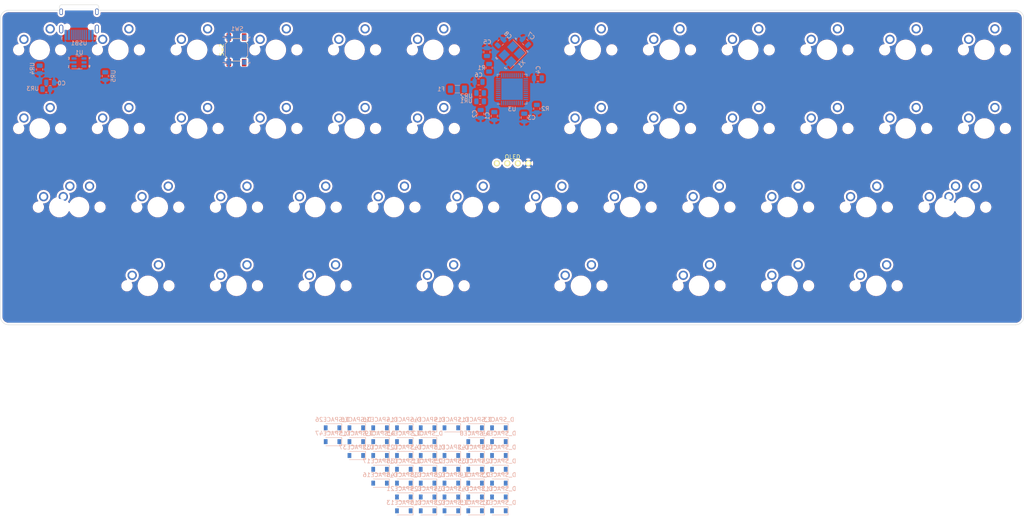
<source format=kicad_pcb>
(kicad_pcb (version 20211014) (generator pcbnew)
  (layers (0 "F.Cu" mixed) (31 "B.Cu" mixed) (34 "B.Paste" user) (35 "F.Paste" user) (36 "B.SilkS" user "B.Silkscreen") (37 "F.SilkS" user "F.Silkscreen") (38 "B.Mask" user) (39 "F.Mask" user) (44 "Edge.Cuts" user))
  (net 0 "")
  (net 1 "+5V")
  (net 2 "GND")
  (net 3 "row0")
  (net 4 "Net-(D_SPACE1-Pad2)")
  (net 5 "Net-(D_SPACE2-Pad2)")
  (net 6 "Net-(D_SPACE3-Pad2)")
  (net 7 "Net-(D_SPACE4-Pad2)")
  (net 8 "Net-(D_SPACE5-Pad2)")
  (net 9 "Net-(D_SPACE6-Pad2)")
  (net 10 "Net-(D_SPACE8-Pad2)")
  (net 11 "Net-(D_SPACE9-Pad2)")
  (net 12 "Net-(D_SPACE10-Pad2)")
  (net 13 "Net-(D_SPACE11-Pad2)")
  (net 14 "Net-(D_SPACE12-Pad2)")
  (net 15 "Net-(D_SPACE13-Pad2)")
  (net 16 "row1")
  (net 17 "Net-(D_SPACE14-Pad2)")
  (net 18 "Net-(D_SPACE15-Pad2)")
  (net 19 "Net-(D_SPACE16-Pad2)")
  (net 20 "Net-(D_SPACE17-Pad2)")
  (net 21 "Net-(D_SPACE18-Pad2)")
  (net 22 "Net-(D_SPACE19-Pad2)")
  (net 23 "Net-(D_SPACE21-Pad2)")
  (net 24 "Net-(D_SPACE22-Pad2)")
  (net 25 "Net-(D_SPACE23-Pad2)")
  (net 26 "Net-(D_SPACE24-Pad2)")
  (net 27 "Net-(D_SPACE25-Pad2)")
  (net 28 "Net-(D_SPACE26-Pad2)")
  (net 29 "Net-(D_SPACE27-Pad2)")
  (net 30 "Net-(D_SPACE28-Pad2)")
  (net 31 "Net-(D_SPACE29-Pad2)")
  (net 32 "Net-(D_SPACE30-Pad2)")
  (net 33 "Net-(D_SPACE31-Pad2)")
  (net 34 "Net-(D_SPACE32-Pad2)")
  (net 35 "Net-(D_SPACE34-Pad2)")
  (net 36 "Net-(D_SPACE35-Pad2)")
  (net 37 "Net-(D_SPACE36-Pad2)")
  (net 38 "Net-(D_SPACE37-Pad2)")
  (net 39 "Net-(D_SPACE38-Pad2)")
  (net 40 "Net-(D_SPACE39-Pad2)")
  (net 41 "row3")
  (net 42 "Net-(D_SPACE40-Pad2)")
  (net 43 "Net-(D_SPACE41-Pad2)")
  (net 44 "Net-(D_SPACE42-Pad2)")
  (net 45 "Net-(D_SPACE43-Pad2)")
  (net 46 "Net-(D_SPACE44-Pad2)")
  (net 47 "Net-(D_SPACE45-Pad2)")
  (net 48 "Net-(D_SPACE46-Pad2)")
  (net 49 "Net-(D_SPACE47-Pad2)")
  (net 50 "VCC")
  (net 51 "col0")
  (net 52 "col1")
  (net 53 "col2")
  (net 54 "col3")
  (net 55 "col4")
  (net 56 "col5")
  (net 57 "col7")
  (net 58 "col8")
  (net 59 "col9")
  (net 60 "col10")
  (net 61 "col11")
  (net 62 "col12")
  (net 63 "RST")
  (net 64 "D-")
  (net 65 "D+")
  (net 66 "Net-(C0-Pad2)")
  (net 67 "Net-(UR4-Pad1)")
  (net 68 "Net-(UR5-Pad1)")
  (net 71 "SCL")
  (net 72 "SDA")
  (net 73 "encA")
  (net 74 "encB")
  (net 77 "Net-(U3-Pad3)")
  (net 78 "Net-(U3-Pad4)")
  (net 85 "Net-(C7-Pad1)")
  (net 86 "Net-(C8-Pad1)")
  (net 87 "Net-(C6-Pad1)")
  (net 88 "Net-(R2-Pad2)")
  (net 89 "row2")
  (footprint "MX_Only:MXOnly-1U-NoLED" (layer "F.Cu") (at 101.6 75.40625)
    (fp_text reference "K_SPACE30")
    (fp_text value "KEYSW")
  )
  (footprint "MX_Only:MXOnly-1.25U-NoLED" (layer "F.Cu") (at 61.11875 94.45625)
    (fp_text reference "K_SPACE40")
    (fp_text value "KEYSW")
  )
  (footprint "MX_Only:MXOnly-1U-NoLED" (layer "F.Cu") (at 120.65 75.40625)
    (fp_text reference "K_SPACE31")
    (fp_text value "KEYSW")
  )
  (footprint "MX_Only:MXOnly-1U-NoLED" (layer "F.Cu") (at 234.95 75.40625)
    (fp_text reference "K_SPACE38")
    (fp_text value "KEYSW")
  )
  (footprint "MX_Only:MXOnly-1U-NoLED" (layer "F.Cu") (at 187.325 56.35625)
    (fp_text reference "K_SPACE22")
    (fp_text value "KEYSW")
  )
  (footprint "MX_Only:MXOnly-1U-NoLED" (layer "F.Cu") (at 225.425 37.30625)
    (fp_text reference "K_SPACE11")
    (fp_text value "KEYSW")
  )
  (footprint "MX_Only:MXOnly-1U-NoLED" (layer "F.Cu") (at 254 75.40625)
    (fp_text reference "K_SPACE39")
    (fp_text value "KEYSW")
  )
  (footprint "MX_Only:MXOnly-1.25U-NoLED" (layer "F.Cu") (at 103.98125 94.45625)
    (fp_text reference "K_SPACE42")
    (fp_text value "KEYSW")
  )
  (footprint "MX_Only:MXOnly-1U-NoLED" (layer "F.Cu") (at 34.925 37.30625)
    (fp_text reference "K_SPACE1")
    (fp_text value "KEYSW")
  )
  (footprint "Button_Switch_SMD:SW_SPST_SKQG_WithoutStem" (layer "F.Cu") (at 82.55 37.30625 90)
    (fp_text reference "SW2")
    (fp_text value "SW_PUSH")
  )
  (footprint "MX_Only:MXOnly-1U-NoLED" (layer "F.Cu") (at 215.9 94.45625)
    (fp_text reference "K_SPACE46")
    (fp_text value "KEYSW")
  )
  (footprint "MX_Only:MXOnly-1U-NoLED" (layer "F.Cu") (at 244.475 37.30625)
    (fp_text reference "K_SPACE12")
    (fp_text value "KEYSW")
  )
  (footprint "kbd:OLED_v2" (layer "F.Cu") (at 149.34546 64.78815)
    (fp_text reference "OL1")
    (fp_text value "OLED" hide)
  )
  (footprint "MX_Only:MXOnly-1U-NoLED" (layer "F.Cu") (at 206.375 37.30625)
    (fp_text reference "K_SPACE10")
    (fp_text value "KEYSW")
  )
  (footprint "MX_Only:MXOnly-1U-NoLED" (layer "F.Cu") (at 215.9 75.40625)
    (fp_text reference "K_SPACE37")
    (fp_text value "KEYSW")
  )
  (footprint "MX_Only:MXOnly-1U-NoLED" (layer "F.Cu") (at 225.425 56.35625)
    (fp_text reference "K_SPACE24")
    (fp_text value "KEYSW")
  )
  (footprint "MX_Only:MXOnly-1U-NoLED" (layer "F.Cu") (at 187.325 37.30625)
    (fp_text reference "K_SPACE9")
    (fp_text value "KEYSW")
  )
  (footprint "MX_Only:MXOnly-1U-NoLED" (layer "F.Cu") (at 53.975 56.35625)
    (fp_text reference "K_SPACE15")
    (fp_text value "KEYSW")
  )
  (footprint "MX_Only:MXOnly-1U-NoLED" (layer "F.Cu") (at 92.075 56.35625)
    (fp_text reference "K_SPACE17")
    (fp_text value "KEYSW")
  )
  (footprint "MX_Only:MXOnly-1U-NoLED" (layer "F.Cu") (at 158.75 75.40625)
    (fp_text reference "K_SPACE34")
    (fp_text value "KEYSW")
  )
  (footprint "MX_Only:MXOnly-1U-NoLED" (layer "F.Cu") (at 82.55 94.45625)
    (fp_text reference "K_SPACE41")
    (fp_text value "KEYSW")
  )
  (footprint "MX_Only:MXOnly-1U-NoLED" (layer "F.Cu") (at 73.025 56.35625)
    (fp_text reference "K_SPACE16")
    (fp_text value "KEYSW")
  )
  (footprint "MX_Only:MXOnly-1U-NoLED" (layer "F.Cu") (at 244.475 56.35625)
    (fp_text reference "K_SPACE25")
    (fp_text value "KEYSW")
  )
  (footprint "MX_Only:MXOnly-1U-NoLED" (layer "F.Cu") (at 168.275 56.35625)
    (fp_text reference "K_SPACE21")
    (fp_text value "KEYSW")
  )
  (footprint "MX_Only:MXOnly-1U-NoLED" (layer "F.Cu") (at 63.5 75.40625)
    (fp_text reference "K_SPACE28")
    (fp_text value "KEYSW")
  )
  (footprint "MX_Only:MXOnly-1.75U-NoLED" (layer "F.Cu") (at 132.55625 94.45625)
    (fp_text reference "K_SPACE43")
    (fp_text value "KEYSW")
  )
  (footprint "MX_Only:MXOnly-1U-NoLED" (layer "F.Cu") (at 177.8 75.40625)
    (fp_text reference "K_SPACE35")
    (fp_text value "KEYSW")
  )
  (footprint "MX_Only:MXOnly-1U-NoLED" (layer "F.Cu") (at 130.175 37.30625)
    (fp_text reference "K_SPACE6")
    (fp_text value "KEYSW")
  )
  (footprint "MX_Only:MXOnly-1U-NoLED" (layer "F.Cu") (at 34.925 56.35625)
    (fp_text reference "K_SPACE14")
    (fp_text value "KEYSW")
  )
  (footprint "MX_Only:MXOnly-1.5U-NoLED" (layer "F.Cu") (at 39.6875 75.40625)
    (fp_text reference "K_SPACE7")
    (fp_text value "KEYSW")
  )
  (footprint "MX_Only:MXOnly-1U-NoLED" (layer "F.Cu") (at 73.025 37.30625)
    (fp_text reference "K_SPACE3")
    (fp_text value "KEYSW")
  )
  (footprint "MX_Only:MXOnly-1U-NoLED" (layer "F.Cu") (at 130.175 56.35625)
    (fp_text reference "K_SPACE19")
    (fp_text value "KEYSW")
  )
  (footprint "MX_Only:MXOnly-1U-NoLED" (layer "F.Cu") (at 263.525 37.30625)
    (fp_text reference "K_SPACE13")
    (fp_text value "KEYSW")
  )
  (footprint "MX_Only:MXOnly-1U-NoLED" (layer "F.Cu") (at 111.125 37.30625)
    (fp_text reference "K_SPACE5")
    (fp_text value "KEYSW")
  )
  (footprint "MX_Only:MXOnly-1U-NoLED" (layer "F.Cu") (at 263.525 56.35625)
    (fp_text reference "K_SPACE26")
    (fp_text value "KEYSW")
  )
  (footprint "MX_Only:MXOnly-1.5U-NoLED" (layer "F.Cu") (at 258.7625 75.40625)
    (fp_text reference "K_SPACE20")
    (fp_text value "KEYSW")
  )
  (footprint "MX_Only:MXOnly-1U-NoLED" (layer "F.Cu") (at 196.85 75.40625)
    (fp_text reference "K_SPACE36")
    (fp_text value "KEYSW")
  )
  (footprint "MX_Only:MXOnly-1.75U-NoLED" (layer "F.Cu") (at 165.89375 94.45625)
    (fp_text reference "K_SPACE44")
    (fp_text value "KEYSW")
  )
  (footprint "MX_Only:MXOnly-1.25U-NoLED" (layer "F.Cu") (at 237.33125 94.45625)
    (fp_text reference "K_SPACE47")
    (fp_text value "KEYSW")
  )
  (footprint "MX_Only:MXOnly-1U-NoLED" (layer "F.Cu") (at 111.125 56.35625)
    (fp_text reference "K_SPACE18")
    (fp_text value "KEYSW")
  )
  (footprint "MX_Only:MXOnly-1.25U-NoLED" (layer "F.Cu") (at 194.46875 94.45625)
    (fp_text reference "K_SPACE45")
    (fp_text value "KEYSW")
  )
  (footprint "MX_Only:MXOnly-1U-NoLED" (layer "F.Cu") (at 168.275 37.30625)
    (fp_text reference "K_SPACE8")
    (fp_text value "KEYSW")
  )
  (footprint "MX_Only:MXOnly-1U-NoLED" (layer "F.Cu") (at 44.45 75.40625)
    (fp_text reference "K_SPACE27")
    (fp_text value "KEYSW")
  )
  (footprint "MX_Only:MXOnly-1U-NoLED" (layer "F.Cu") (at 139.7 75.40625)
    (fp_text reference "K_SPACE32")
    (fp_text value "KEYSW")
  )
  (footprint "MX_Only:MXOnly-1U-NoLED" (layer "F.Cu") (at 82.55 75.40625)
    (fp_text reference "K_SPACE29")
    (fp_text value "KEYSW")
  )
  (footprint "MX_Only:MXOnly-1U-NoLED" (layer "F.Cu") (at 206.375 56.35625)
    (fp_text reference "K_SPACE23")
    (fp_text value "KEYSW")
  )
  (footprint "MX_Only:MXOnly-1U-NoLED" (layer "F.Cu") (at 53.975 37.30625)
    (fp_text reference "K_SPACE2")
    (fp_text value "KEYSW")
  )
  (footprint "MX_Only:MXOnly-1U-NoLED" (layer "F.Cu") (at 92.075 37.30625)
    (fp_text reference "K_SPACE4")
    (fp_text value "KEYSW")
  )
  (footprint "Diode_SMD:D_SOD-123" (layer "B.Cu") (at 128.78125 145.60625 180)
    (fp_text reference "D_SPACE29")
    (fp_text value "D")
  )
  (footprint "Resistor_SMD:R_0805_2012Metric" (layer "B.Cu") (at 141.50321 47.752)
    (fp_text reference "UR2")
    (fp_text value "22")
  )
  (footprint "Crystal:Crystal_SMD_3225-4Pin_3.2x2.5mm_HandSoldering" (layer "B.Cu") (at 149.141194 38.350904 -135)
    (fp_text reference "X1")
    (fp_text value "Crystal_GND24_Small")
  )
  (footprint "Capacitor_SMD:C_0805_2012Metric" (layer "B.Cu") (at 37.4625 45.24375 180)
    (fp_text reference "C0")
    (fp_text value "4.7uF")
  )
  (footprint "Diode_SMD:D_SOD-123" (layer "B.Cu") (at 123.03125 138.90625 180)
    (fp_text reference "D_SPACE30")
    (fp_text value "D")
  )
  (footprint "Diode_SMD:D_SOD-123" (layer "B.Cu") (at 146.03125 132.20625 180)
    (fp_text reference "D_SPACE44")
    (fp_text value "D")
  )
  (footprint "Diode_SMD:D_SOD-123" (layer "B.Cu") (at 105.78125 128.85625 180)
    (fp_text reference "D_SPACE26")
    (fp_text value "D")
  )
  (footprint "Diode_SMD:D_SOD-123" (layer "B.Cu") (at 134.53125 148.95625 180)
    (fp_text reference "D_SPACE22")
    (fp_text value "D")
  )
  (footprint "Diode_SMD:D_SOD-123" (layer "B.Cu") (at 117.28125 142.25625 180)
    (fp_text reference "D_SPACE16")
    (fp_text value "D")
  )
  (footprint "Diode_SMD:D_SOD-123" (layer "B.Cu") (at 123.03125 148.95625 180)
    (fp_text reference "D_SPACE13")
    (fp_text value "D")
  )
  (footprint "Diode_SMD:D_SOD-123" (layer "B.Cu") (at 128.78125 135.55625 180)
    (fp_text reference "D_SPACE43")
    (fp_text value "D")
  )
  (footprint "Diode_SMD:D_SOD-123" (layer "B.Cu") (at 123.03125 132.20625 180)
    (fp_text reference "D_SPACE45")
    (fp_text value "D")
  )
  (footprint "Capacitor_SMD:C_0805_2012Metric" (layer "B.Cu") (at 141.63021 52.832 -90)
    (fp_text reference "C2")
    (fp_text value "0.1uf")
  )
  (footprint "Resistor_SMD:R_0805_2012Metric" (layer "B.Cu") (at 155.21921 51.562 90)
    (fp_text reference "R2")
    (fp_text value "10k")
  )
  (footprint "Diode_SMD:D_SOD-123" (layer "B.Cu") (at 134.53125 138.90625 180)
    (fp_text reference "D_SPACE25")
    (fp_text value "D")
  )
  (footprint "Diode_SMD:D_SOD-123" (layer "B.Cu") (at 134.53125 142.25625 180)
    (fp_text reference "D_SPACE28")
    (fp_text value "D")
  )
  (footprint "Diode_SMD:D_SOD-123" (layer "B.Cu") (at 146.03125 135.55625 180)
    (fp_text reference "D_SPACE39")
    (fp_text value "D")
  )
  (footprint "Capacitor_SMD:C_0805_2012Metric" (layer "B.Cu") (at 146.45621 35.56 45)
    (fp_text reference "C8")
    (fp_text value "22p")
  )
  (footprint "Diode_SMD:D_SOD-123" (layer "B.Cu") (at 128.78125 132.20625 180)
    (fp_text reference "D_SPACE2")
    (fp_text value "D")
  )
  (footprint "Capacitor_SMD:C_0805_2012Metric" (layer "B.Cu") (at 141.12221 45.085 180)
    (fp_text reference "C6")
    (fp_text value "1uf")
  )
  (footprint "Diode_SMD:D_SOD-123" (layer "B.Cu") (at 123.03125 128.85625 180)
    (fp_text reference "D_SPACE14")
    (fp_text value "D")
  )
  (footprint "Resistor_SMD:R_0805_2012Metric" (layer "B.Cu") (at 36.5125 46.83125)
    (fp_text reference "UR3")
    (fp_text value "1M")
  )
  (footprint "Diode_SMD:D_SOD-123" (layer "B.Cu") (at 128.78125 128.85625 180)
    (fp_text reference "D_SPACE46")
    (fp_text value "D")
  )
  (footprint "Diode_SMD:D_SOD-123" (layer "B.Cu") (at 140.28125 128.85625 180)
    (fp_text reference "D_SPACE11")
    (fp_text value "D")
  )
  (footprint "Capacitor_SMD:C_0805_2012Metric" (layer "B.Cu") (at 155.47321 44.196 180)
    (fp_text reference "C4")
    (fp_text value "0.1uf")
  )
  (footprint "Diode_SMD:D_SOD-123" (layer "B.Cu") (at 140.28125 142.25625 180)
    (fp_text reference "D_SPACE4")
    (fp_text value "D")
  )
  (footprint "Diode_SMD:D_SOD-123" (layer "B.Cu") (at 140.28125 132.20625 180)
    (fp_text reference "D_SPACE8")
    (fp_text value "D")
  )
  (footprint "Capacitor_SMD:C_0805_2012Metric" (layer "B.Cu") (at 144.93221 53.34 -90)
    (fp_text reference "C1")
    (fp_text value "10uF")
  )
  (footprint "Diode_SMD:D_SOD-123" (layer "B.Cu") (at 134.53125 128.85625 180)
    (fp_text reference "D_SPACE19")
    (fp_text value "D")
  )
  (footprint "Diode_SMD:D_SOD-123" (layer "B.Cu") (at 140.28125 135.55625 180)
    (fp_text reference "D_SPACE42")
    (fp_text value "D")
  )
  (footprint "Resistor_SMD:R_0805_2012Metric" (layer "B.Cu") (at 34.925 42.06875 -90)
    (fp_text reference "UR4")
    (fp_text value "5.1k")
  )
  (footprint "Diode_SMD:D_SOD-123" (layer "B.Cu") (at 146.03125 145.60625 180)
    (fp_text reference "D_SPACE12")
    (fp_text value "D")
  )
  (footprint "Diode_SMD:D_SOD-123" (layer "B.Cu") (at 146.03125 142.25625 180)
    (fp_text reference "D_SPACE23")
    (fp_text value "D")
  )
  (footprint "Diode_SMD:D_SOD-123" (layer "B.Cu") (at 134.53125 145.60625 180)
    (fp_text reference "D_SPACE34")
    (fp_text value "D")
  )
  (footprint "Diode_SMD:D_SOD-123" (layer "B.Cu") (at 117.28125 128.85625 180)
    (fp_text reference "D_SPACE36")
    (fp_text value "D")
  )
  (footprint "Resistor_SMD:R_0805_2012Metric" (layer "B.Cu") (at 50.8 43.65625 -90)
    (fp_text reference "UR5")
    (fp_text value "5.1k")
  )
  (footprint "Type-C:HRO-TYPE-C-31-M-12-HandSoldering" (layer "B.Cu") (at 44.45 25.4886)
    (fp_text reference "USB1")
    (fp_text value "HRO-TYPE-C-31-M-12")
  )
  (footprint "Diode_SMD:D_SOD-123" (layer "B.Cu") (at 117.28125 135.55625 180)
    (fp_text reference "D_SPACE32")
    (fp_text value "D")
  )
  (footprint "Diode_SMD:D_SOD-123" (layer "B.Cu") (at 146.03125 128.85625 180)
    (fp_text reference "D_SPACE3")
    (fp_text value "D")
  )
  (footprint "Diode_SMD:D_SOD-123" (layer "B.Cu") (at 146.03125 138.90625 180)
    (fp_text reference "D_SPACE24")
    (fp_text value "D")
  )
  (footprint "Diode_SMD:D_SOD-123" (layer "B.Cu") (at 146.03125 148.95625 180)
    (fp_text reference "D_SPACE31")
    (fp_text value "D")
  )
  (footprint "Diode_SMD:D_SOD-123" (layer "B.Cu") (at 111.53125 135.55625 180)
    (fp_text reference "D_SPACE37")
    (fp_text value "D")
  )
  (footprint "Package_TO_SOT_SMD:SOT-23-6" (layer "B.Cu") (at 44.45 40.351474)
    (fp_text reference "U1")
    (fp_text value "SRV05-4")
  )
  (footprint "Package_DFN_QFN:QFN-44-1EP_7x7mm_P0.5mm_EP5.2x5.2mm" (layer "B.Cu") (at 149.225 46.83125)
    (fp_text reference "U3")
    (fp_text value "ATmega32U4-M")
  )
  (footprint "Capacitor_SMD:C_0805_2012Metric" (layer "B.Cu") (at 152.42521 35.433 135)
    (fp_text reference "C7")
    (fp_text value "22p")
  )
  (footprint "Diode_SMD:D_SOD-123" (layer "B.Cu") (at 128.78125 142.25625 180)
    (fp_text reference "D_SPACE38")
    (fp_text value "D")
  )
  (footprint "Diode_SMD:D_SOD-123" (layer "B.Cu") (at 128.78125 148.95625 180)
    (fp_text reference "D_SPACE10")
    (fp_text value "D")
  )
  (footprint "Diode_SMD:D_SOD-123" (layer "B.Cu") (at 111.53125 128.85625 180)
    (fp_text reference "D_SPACE6")
    (fp_text value "D")
  )
  (footprint "Button_Switch_SMD:SW_SPST_SKQG_WithoutStem" (layer "B.Cu") (at 82.55 37.30625 -90)
    (fp_text reference "SW1")
    (fp_text value "SW_PUSH")
  )
  (footprint "Fuse:Fuse_1206_3216Metric_Pad1.42x1.75mm_HandSolder" (layer "B.Cu") (at 136.01046 46.83125)
    (fp_text reference "F1")
    (fp_text value "Polyfuse_Small")
  )
  (footprint "Diode_SMD:D_SOD-123" (layer "B.Cu") (at 140.28125 148.95625 180)
    (fp_text reference "D_SPACE5")
    (fp_text value "D")
  )
  (footprint "Diode_SMD:D_SOD-123" (layer "B.Cu") (at 123.03125 135.55625 180)
    (fp_text reference "D_SPACE27")
    (fp_text value "D")
  )
  (footprint "Diode_SMD:D_SOD-123" (layer "B.Cu") (at 140.28125 145.60625 180)
    (fp_text reference "D_SPACE41")
    (fp_text value "D")
  )
  (footprint "Diode_SMD:D_SOD-123" (layer "B.Cu") (at 140.28125 138.90625 180)
    (fp_text reference "D_SPACE35")
    (fp_text value "D")
  )
  (footprint "Diode_SMD:D_SOD-123" (layer "B.Cu") (at 123.03125 145.60625 180)
    (fp_text reference "D_SPACE21")
    (fp_text value "D")
  )
  (footprint "Diode_SMD:D_SOD-123" (layer "B.Cu") (at 134.53125 135.55625 180)
    (fp_text reference "D_SPACE18")
    (fp_text value "D")
  )
  (footprint "Diode_SMD:D_SOD-123" (layer "B.Cu") (at 117.28125 132.20625 180)
    (fp_text reference "D_SPACE9")
    (fp_text value "D")
  )
  (footprint "Resistor_SMD:R_0805_2012Metric" (layer "B.Cu") (at 141.50321 49.784)
    (fp_text reference "UR1")
    (fp_text value "22")
  )
  (footprint "Resistor_SMD:R_0805_2012Metric" (layer "B.Cu") (at 143.66221 41.656 90)
    (fp_text reference "R1")
    (fp_text value "10k")
  )
  (footprint "Diode_SMD:D_SOD-123" (layer "B.Cu") (at 117.28125 138.90625 180)
    (fp_text reference "D_SPACE17")
    (fp_text value "D")
  )
  (footprint "Diode_SMD:D_SOD-123" (layer "B.Cu") (at 111.53125 132.20625 180)
    (fp_text reference "D_SPACE15")
    (fp_text value "D")
  )
  (footprint "Diode_SMD:D_SOD-123" (layer "B.Cu") (at 128.78125 138.90625 180)
    (fp_text reference "D_SPACE1")
    (fp_text value "D")
  )
  (footprint "Capacitor_SMD:C_0805_2012Metric" (layer "B.Cu") (at 143.15421 37.846 90)
    (fp_text reference "C5")
    (fp_text value "0.1uf")
  )
  (footprint "Capacitor_SMD:C_0805_2012Metric" (layer "B.Cu") (at 152.17121 53.721 -90)
    (fp_text reference "C3")
    (fp_text value "0.1uf")
  )
  (footprint "Diode_SMD:D_SOD-123" (layer "B.Cu") (at 123.03125 142.25625 180)
    (fp_text reference "D_SPACE40")
    (fp_text value "D")
  )
  (footprint "Diode_SMD:D_SOD-123" (layer "B.Cu") (at 105.78125 132.20625 180)
    (fp_text reference "D_SPACE47")
    (fp_text value "D")
  )
  (gr_curve (pts (xy 48.713455 26.405375) (xy 48.713455 26.405375) (xy 40.213436 26.405375) (xy 40.213436 26.405375)) (layer "Edge.Cuts") (width 0.09))
  (gr_curve (pts (xy 271.063342 103.905382) (xy 271.063342 103.905382) (xy 271.063449 103.905382) (xy 271.063449 103.905382)) (layer "Edge.Cuts") (width 0.09))
  (gr_curve (pts (xy 273.063435 101.905375) (xy 273.063435 101.905375) (xy 273.063435 29.705367) (xy 273.063435 29.705367)) (layer "Edge.Cuts") (width 0.09))
  (gr_curve (pts (xy 27.413334 103.905382) (xy 27.413334 103.905382) (xy 27.413442 103.905382) (xy 27.413442 103.905382)) (layer "Edge.Cuts") (width 0.09))
  (gr_curve (pts (xy 25.413327 101.905375) (xy 25.413327 103.009937) (xy 26.308772 103.905382) (xy 27.413334 103.905382)) (layer "Edge.Cuts") (width 0.09))
  (gr_curve (pts (xy 39.713445 27.546751) (xy 39.71201 27.561194) (xy 39.705107 27.612951) (xy 39.661407 27.655579)) (layer "Edge.Cuts") (width 0.09))
  (gr_curve (pts (xy 49.213446 27.550433) (xy 49.213446 27.550433) (xy 49.213446 26.905366) (xy 49.213446 26.905366)) (layer "Edge.Cuts") (width 0.09))
  (gr_curve (pts (xy 271.063449 103.905382) (xy 272.168012 103.905382) (xy 273.063435 103.009937) (xy 273.063435 101.905375)) (layer "Edge.Cuts") (width 0.09))
  (gr_curve (pts (xy 49.362102 27.705382) (xy 49.350841 27.704569) (xy 49.294387 27.699331) (xy 49.252352 27.650966)) (layer "Edge.Cuts") (width 0.09))
  (gr_curve (pts (xy 25.413327 29.705367) (xy 25.413327 29.705367) (xy 25.413327 101.905375) (xy 25.413327 101.905375)) (layer "Edge.Cuts") (width 0.09))
  (gr_curve (pts (xy 271.063342 27.705382) (xy 271.063342 27.705382) (xy 49.362102 27.705382) (xy 49.362102 27.705382)) (layer "Edge.Cuts") (width 0.09))
  (gr_curve (pts (xy 40.213436 26.405375) (xy 39.937312 26.405375) (xy 39.713445 26.629242) (xy 39.713445 26.905366)) (layer "Edge.Cuts") (width 0.09))
  (gr_curve (pts (xy 27.413334 27.705382) (xy 26.308772 27.705382) (xy 25.413327 28.600805) (xy 25.413327 29.705367)) (layer "Edge.Cuts") (width 0.09))
  (gr_curve (pts (xy 273.063435 29.705367) (xy 273.063435 28.600805) (xy 272.168012 27.705382) (xy 271.063449 27.705382)) (layer "Edge.Cuts") (width 0.09))
  (gr_curve (pts (xy 49.252352 27.650966) (xy 49.216787 27.610044) (xy 49.213826 27.563891) (xy 49.213446 27.550433)) (layer "Edge.Cuts") (width 0.09))
  (gr_curve (pts (xy 27.413442 27.705382) (xy 27.413442 27.705382) (xy 27.413334 27.705382) (xy 27.413334 27.705382)) (layer "Edge.Cuts") (width 0.09))
  (gr_curve (pts (xy 39.713445 26.905366) (xy 39.713445 26.905366) (xy 39.713445 27.546751) (xy 39.713445 27.546751)) (layer "Edge.Cuts") (width 0.09))
  (gr_curve (pts (xy 39.535971 27.705382) (xy 39.535971 27.705382) (xy 27.413442 27.705382) (xy 27.413442 27.705382)) (layer "Edge.Cuts") (width 0.09))
  (gr_curve (pts (xy 271.063449 27.705382) (xy 271.063449 27.705382) (xy 271.063342 27.705382) (xy 271.063342 27.705382)) (layer "Edge.Cuts") (width 0.09))
  (gr_curve (pts (xy 49.213446 26.905366) (xy 49.213446 26.629242) (xy 48.98958 26.405375) (xy 48.713455 26.405375)) (layer "Edge.Cuts") (width 0.09))
  (gr_curve (pts (xy 27.413442 103.905382) (xy 27.413442 103.905382) (xy 271.063342 103.905382) (xy 271.063342 103.905382)) (layer "Edge.Cuts") (width 0.09))
  (gr_curve (pts (xy 39.661407 27.655579) (xy 39.610791 27.704951) (xy 39.548296 27.705522) (xy 39.535971 27.705382)) (layer "Edge.Cuts") (width 0.09))
  (segment (start 42.198526 40.351474) (end 42.06875 40.48125) (width 0.381) (layer "B.Cu") (net 2))
  (segment (start 80.54125 34.20625) (end 80.54125 40.40625) (width 0.381) (layer "B.Cu") (net 2))
  (segment (start 41.225 33.6836) (end 41.225 34.18125) (width 0.381) (layer "B.Cu") (net 2))
  (segment (start 43.25 40.351474) (end 42.198526 40.351474) (width 0.381) (layer "B.Cu") (net 2))
  (zone (net 2) (net_name "GND") (layers F&B.Cu) (name "gndzone") (connect_pads (clearance 0.508)) (min_thickness 0.254) (fill yes (thermal_gap 0.508) (thermal_bridge_width 0.508))
    (polygon (pts (xy 273.05 103.98125) (xy 25.4 103.98125) (xy 25.4 27.78125) (xy 273.05 27.78125)))
  )
)
</source>
